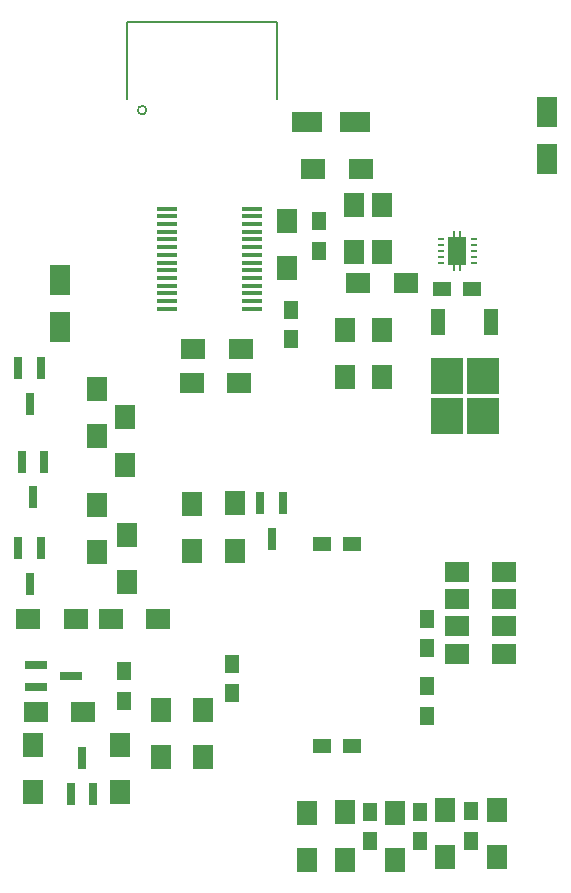
<source format=gbr>
G04 #@! TF.GenerationSoftware,KiCad,Pcbnew,(5.1.5)-3*
G04 #@! TF.CreationDate,2023-05-21T11:01:34-04:00*
G04 #@! TF.ProjectId,In_Board_Gnia,496e5f42-6f61-4726-945f-476e69612e6b,rev?*
G04 #@! TF.SameCoordinates,Original*
G04 #@! TF.FileFunction,Paste,Bot*
G04 #@! TF.FilePolarity,Positive*
%FSLAX46Y46*%
G04 Gerber Fmt 4.6, Leading zero omitted, Abs format (unit mm)*
G04 Created by KiCad (PCBNEW (5.1.5)-3) date 2023-05-21 11:01:34*
%MOMM*%
%LPD*%
G04 APERTURE LIST*
%ADD10C,0.150000*%
%ADD11R,1.250000X1.500000*%
%ADD12R,1.500000X1.250000*%
%ADD13R,1.800000X2.500000*%
%ADD14R,2.500000X1.800000*%
%ADD15R,0.800000X1.900000*%
%ADD16R,1.900000X0.800000*%
%ADD17R,1.700000X2.000000*%
%ADD18R,2.000000X1.700000*%
%ADD19R,0.600000X0.250000*%
%ADD20R,1.650000X2.400000*%
%ADD21R,0.250000X0.500000*%
%ADD22R,1.200000X2.200000*%
%ADD23R,2.750000X3.050000*%
%ADD24R,1.750000X0.450000*%
G04 APERTURE END LIST*
D10*
X44450000Y-55700000D02*
X44450000Y-49200000D01*
X44450000Y-49200000D02*
X57150000Y-49200000D01*
X57150000Y-49200000D02*
X57150000Y-55700000D01*
X46079210Y-56642000D02*
G75*
G03X46079210Y-56642000I-359210J0D01*
G01*
D11*
X64998600Y-118531960D03*
X64998600Y-116031960D03*
X69270880Y-118531960D03*
X69270880Y-116031960D03*
X73553320Y-118511640D03*
X73553320Y-116011640D03*
X69850000Y-105430000D03*
X69850000Y-107930000D03*
D12*
X73640000Y-71755000D03*
X71140000Y-71755000D03*
D11*
X60706000Y-68560000D03*
X60706000Y-66060000D03*
X58293000Y-73553000D03*
X58293000Y-76053000D03*
D12*
X63480000Y-110490000D03*
X60980000Y-110490000D03*
D11*
X69850000Y-102215000D03*
X69850000Y-99715000D03*
X53340000Y-106025000D03*
X53340000Y-103525000D03*
D12*
X60980000Y-93345000D03*
X63480000Y-93345000D03*
D11*
X44196000Y-104160000D03*
X44196000Y-106660000D03*
D13*
X80010000Y-60788300D03*
X80010000Y-56788300D03*
X38735000Y-71025000D03*
X38735000Y-75025000D03*
D14*
X59722000Y-57658000D03*
X63722000Y-57658000D03*
D15*
X41590000Y-114530000D03*
X39690000Y-114530000D03*
X40640000Y-111530000D03*
D16*
X36714300Y-105496400D03*
X36714300Y-103596400D03*
X39714300Y-104546400D03*
D15*
X55742800Y-89940000D03*
X57642800Y-89940000D03*
X56692800Y-92940000D03*
X35245000Y-78510000D03*
X37145000Y-78510000D03*
X36195000Y-81510000D03*
X35524400Y-86422100D03*
X37424400Y-86422100D03*
X36474400Y-89422100D03*
X35245000Y-93750000D03*
X37145000Y-93750000D03*
X36195000Y-96750000D03*
D17*
X62905640Y-120094760D03*
X62905640Y-116094760D03*
X67122040Y-120120160D03*
X67122040Y-116120160D03*
D18*
X76376280Y-102682040D03*
X72376280Y-102682040D03*
X76371200Y-100342700D03*
X72371200Y-100342700D03*
X76371200Y-98056700D03*
X72371200Y-98056700D03*
X76383900Y-95758000D03*
X72383900Y-95758000D03*
D17*
X66040000Y-64675000D03*
X66040000Y-68675000D03*
X71379080Y-119911880D03*
X71379080Y-115911880D03*
X75747880Y-119896640D03*
X75747880Y-115896640D03*
D18*
X68040000Y-71247000D03*
X64040000Y-71247000D03*
D17*
X63627000Y-68675000D03*
X63627000Y-64675000D03*
X66014600Y-75241400D03*
X66014600Y-79241400D03*
X62941200Y-79216000D03*
X62941200Y-75216000D03*
X43815000Y-114395000D03*
X43815000Y-110395000D03*
D18*
X40747700Y-107619800D03*
X36747700Y-107619800D03*
D17*
X36512500Y-110395000D03*
X36512500Y-114395000D03*
X44246800Y-86645500D03*
X44246800Y-82645500D03*
X53594000Y-93922600D03*
X53594000Y-89922600D03*
X49923700Y-93960700D03*
X49923700Y-89960700D03*
X44450000Y-92615000D03*
X44450000Y-96615000D03*
X41910000Y-84257900D03*
X41910000Y-80257900D03*
X59690000Y-120110000D03*
X59690000Y-116110000D03*
X57962800Y-65995800D03*
X57962800Y-69995800D03*
X50850800Y-111397800D03*
X50850800Y-107397800D03*
X47320200Y-111397800D03*
X47320200Y-107397800D03*
D18*
X43085000Y-99695000D03*
X47085000Y-99695000D03*
X40100000Y-99695000D03*
X36100000Y-99695000D03*
D17*
X41910000Y-94075000D03*
X41910000Y-90075000D03*
D18*
X53917600Y-79730600D03*
X49917600Y-79730600D03*
X54070000Y-76835000D03*
X50070000Y-76835000D03*
X60230000Y-61595000D03*
X64230000Y-61595000D03*
D19*
X70990000Y-69580000D03*
X70990000Y-69080000D03*
X70990000Y-68580000D03*
X70990000Y-68080000D03*
X70990000Y-67580000D03*
X73790000Y-67580000D03*
X73790000Y-68080000D03*
X73790000Y-68580000D03*
X73790000Y-69080000D03*
X73790000Y-69580000D03*
D20*
X72390000Y-68580000D03*
D21*
X72640000Y-70030000D03*
X72140000Y-70030000D03*
X72640000Y-67130000D03*
X72140000Y-67130000D03*
D22*
X70745000Y-74540000D03*
X75305000Y-74540000D03*
D23*
X74550000Y-82515000D03*
X71500000Y-79165000D03*
X71500000Y-82515000D03*
X74550000Y-79165000D03*
D24*
X47835000Y-73440000D03*
X47835000Y-72790000D03*
X47835000Y-72140000D03*
X47835000Y-71490000D03*
X47835000Y-70840000D03*
X47835000Y-70190000D03*
X47835000Y-69540000D03*
X47835000Y-68890000D03*
X47835000Y-68240000D03*
X47835000Y-67590000D03*
X47835000Y-66940000D03*
X47835000Y-66290000D03*
X47835000Y-65640000D03*
X47835000Y-64990000D03*
X55035000Y-64990000D03*
X55035000Y-65640000D03*
X55035000Y-66290000D03*
X55035000Y-66940000D03*
X55035000Y-67590000D03*
X55035000Y-68240000D03*
X55035000Y-68890000D03*
X55035000Y-69540000D03*
X55035000Y-70190000D03*
X55035000Y-70840000D03*
X55035000Y-71490000D03*
X55035000Y-72140000D03*
X55035000Y-72790000D03*
X55035000Y-73440000D03*
M02*

</source>
